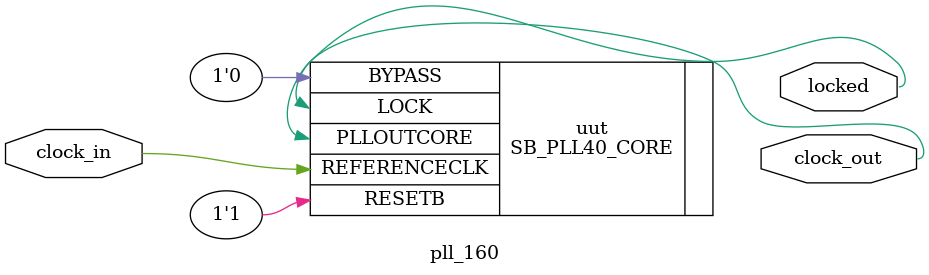
<source format=v>
/**
 * PLL configuration
 *
 * This Verilog module was generated automatically
 * using the icepll tool from the IceStorm project.
 * Use at your own risk.
 *
 * Given input frequency:        12.000 MHz
 * Requested output frequency:  160.000 MHz
 * Achieved output frequency:   159.000 MHz
 */

module pll_160(
	input  clock_in,
	output clock_out,
	output locked
	);

SB_PLL40_CORE #(
		.FEEDBACK_PATH("SIMPLE"),
		.DIVR(4'b0000),		// DIVR =  0
		.DIVF(7'b0110100),	// DIVF = 52
		.DIVQ(3'b010),		// DIVQ =  2
		.FILTER_RANGE(3'b001)	// FILTER_RANGE = 1
	) uut (
		.LOCK(locked),
		.RESETB(1'b1),
		.BYPASS(1'b0),
		.REFERENCECLK(clock_in),
		.PLLOUTCORE(clock_out)
		);

endmodule

</source>
